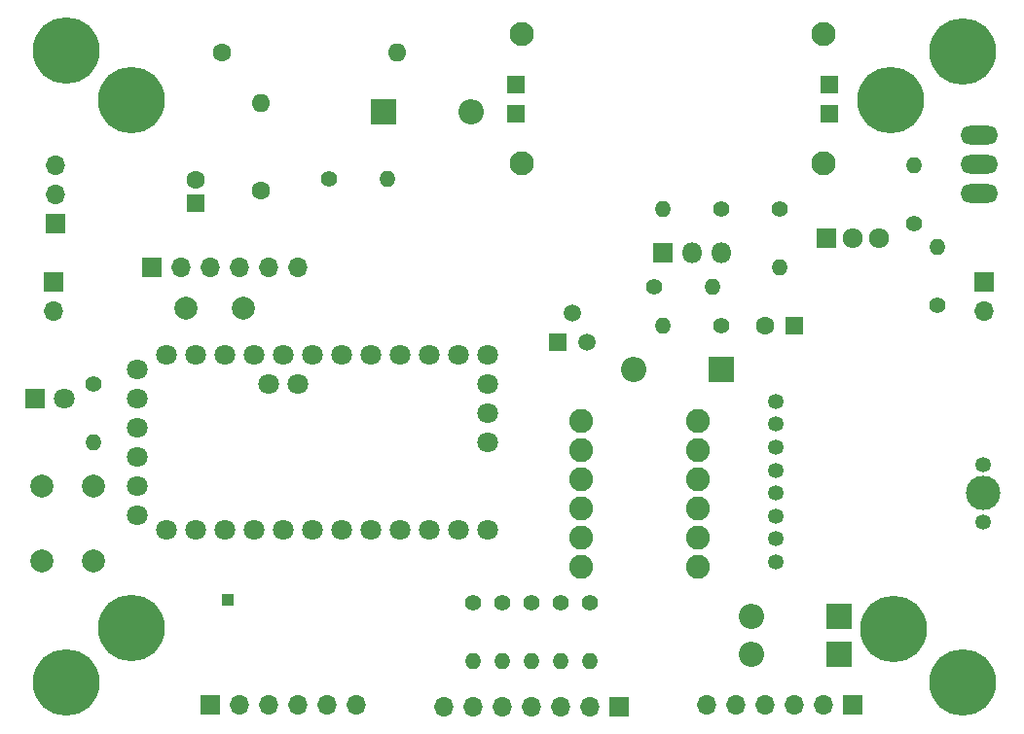
<source format=gbr>
G04 #@! TF.GenerationSoftware,KiCad,Pcbnew,5.1.12-84ad8e8a86~92~ubuntu18.04.1*
G04 #@! TF.CreationDate,2021-12-27T11:50:58+01:00*
G04 #@! TF.ProjectId,HB-UNI-SenAct-4-4-SC_DS_FUEL4EP_PCB,48422d55-4e49-42d5-9365-6e4163742d34,rev?*
G04 #@! TF.SameCoordinates,Original*
G04 #@! TF.FileFunction,Soldermask,Bot*
G04 #@! TF.FilePolarity,Negative*
%FSLAX46Y46*%
G04 Gerber Fmt 4.6, Leading zero omitted, Abs format (unit mm)*
G04 Created by KiCad (PCBNEW 5.1.12-84ad8e8a86~92~ubuntu18.04.1) date 2021-12-27 11:50:58*
%MOMM*%
%LPD*%
G01*
G04 APERTURE LIST*
%ADD10R,1.000000X1.000000*%
%ADD11O,1.600000X1.600000*%
%ADD12C,1.600000*%
%ADD13C,2.100000*%
%ADD14R,1.500000X1.524000*%
%ADD15C,5.800000*%
%ADD16O,3.251200X1.625600*%
%ADD17O,1.400000X1.400000*%
%ADD18C,1.400000*%
%ADD19O,1.700000X1.700000*%
%ADD20R,1.700000X1.700000*%
%ADD21C,2.000000*%
%ADD22C,1.498600*%
%ADD23R,1.498600X1.498600*%
%ADD24O,1.800000X1.800000*%
%ADD25R,1.800000X1.800000*%
%ADD26O,1.717500X1.800000*%
%ADD27R,1.717500X1.800000*%
%ADD28C,2.082800*%
%ADD29C,3.000000*%
%ADD30C,1.350000*%
%ADD31C,1.800000*%
%ADD32O,2.200000X2.200000*%
%ADD33R,2.200000X2.200000*%
%ADD34R,1.600000X1.600000*%
G04 APERTURE END LIST*
D10*
X18034000Y-51816000D03*
D11*
X20955000Y-8509000D03*
D12*
X20955000Y-16129000D03*
D11*
X32816800Y-4076700D03*
D12*
X17576800Y-4076700D03*
D13*
X43650000Y-13740000D03*
X69850000Y-13740000D03*
X69850000Y-2540000D03*
X43650000Y-2540000D03*
D14*
X43150000Y-9410000D03*
X43150000Y-6870000D03*
X70350000Y-9410000D03*
X70350000Y-6870000D03*
D15*
X82000000Y-4000000D03*
X82000000Y-59000000D03*
X4000000Y-59000000D03*
X4000000Y-3980000D03*
D16*
X83439000Y-11303000D03*
X83439000Y-13843000D03*
X83439000Y-16383000D03*
D17*
X39370000Y-57150000D03*
D18*
X39370000Y-52070000D03*
D17*
X77724000Y-13970000D03*
D18*
X77724000Y-19050000D03*
D17*
X79819500Y-21018500D03*
D18*
X79819500Y-26098500D03*
D17*
X49530000Y-57150000D03*
D18*
X49530000Y-52070000D03*
D17*
X46990000Y-57150000D03*
D18*
X46990000Y-52070000D03*
D17*
X44450000Y-57150000D03*
D18*
X44450000Y-52070000D03*
D17*
X41910000Y-57150000D03*
D18*
X41910000Y-52070000D03*
D19*
X36830000Y-61093000D03*
X39370000Y-61093000D03*
X41910000Y-61093000D03*
X44450000Y-61093000D03*
X46990000Y-61093000D03*
X49530000Y-61093000D03*
D20*
X52070000Y-61093000D03*
D21*
X1850000Y-41910000D03*
X6350000Y-41910000D03*
X1850000Y-48410000D03*
X6350000Y-48410000D03*
D17*
X55880000Y-27940000D03*
D18*
X60960000Y-27940000D03*
D17*
X60198000Y-24511000D03*
D18*
X55118000Y-24511000D03*
D17*
X55880000Y-17780000D03*
D18*
X60960000Y-17780000D03*
D17*
X31940500Y-15138400D03*
D18*
X26860500Y-15138400D03*
D17*
X66040000Y-22860000D03*
D18*
X66040000Y-17780000D03*
D17*
X6350000Y-38100000D03*
D18*
X6350000Y-33020000D03*
D22*
X49276000Y-29337000D03*
X48006000Y-26797000D03*
D23*
X46736000Y-29337000D03*
D24*
X60960000Y-21590000D03*
X58420000Y-21590000D03*
D25*
X55880000Y-21590000D03*
D26*
X74673000Y-20320000D03*
X72383000Y-20320000D03*
D27*
X70093000Y-20320000D03*
D28*
X58917000Y-36201000D03*
X58917000Y-38741000D03*
X58917000Y-46361000D03*
X58917000Y-48901000D03*
X58917000Y-43821000D03*
X48757000Y-36201000D03*
X48757000Y-38741000D03*
X48757000Y-46361000D03*
X48757000Y-48901000D03*
X48757000Y-43821000D03*
X48757000Y-41281000D03*
X58917000Y-41281000D03*
D29*
X83735000Y-42480000D03*
D30*
X83735000Y-44980000D03*
X83735000Y-39980000D03*
X65735000Y-46480000D03*
X65735000Y-44480000D03*
X65735000Y-42480000D03*
X65735000Y-40480000D03*
X65735000Y-38480000D03*
X65735000Y-36480000D03*
X65735000Y-34480000D03*
X65735000Y-48480000D03*
D31*
X40640000Y-35560000D03*
X40640000Y-33020000D03*
X40640000Y-30480000D03*
X38100000Y-30480000D03*
X35560000Y-30480000D03*
X33020000Y-30480000D03*
X30480000Y-30480000D03*
X27940000Y-30480000D03*
X25400000Y-30480000D03*
X22860000Y-30480000D03*
X20320000Y-30480000D03*
X17780000Y-30480000D03*
X15240000Y-30480000D03*
X12700000Y-30480000D03*
X12700000Y-45720000D03*
X15240000Y-45720000D03*
X17780000Y-45720000D03*
X20320000Y-45720000D03*
X22860000Y-45720000D03*
X25400000Y-45720000D03*
X27940000Y-45720000D03*
X30480000Y-45720000D03*
X33020000Y-45720000D03*
X35560000Y-45720000D03*
X38100000Y-45720000D03*
X40640000Y-45720000D03*
X24130000Y-33020000D03*
X21590000Y-33020000D03*
X40640000Y-38100000D03*
X10160000Y-44450000D03*
X10160000Y-41910000D03*
X10160000Y-39370000D03*
X10160000Y-36830000D03*
X10160000Y-34290000D03*
X10160000Y-31750000D03*
D19*
X3048000Y-13970000D03*
X3048000Y-16510000D03*
D20*
X3048000Y-19050000D03*
D19*
X2921000Y-26670000D03*
D20*
X2921000Y-24130000D03*
D19*
X24130000Y-22860000D03*
X21590000Y-22860000D03*
X19050000Y-22860000D03*
X16510000Y-22860000D03*
X13970000Y-22860000D03*
D20*
X11430000Y-22860000D03*
D19*
X59690000Y-60960000D03*
X62230000Y-60960000D03*
X64770000Y-60960000D03*
X67310000Y-60960000D03*
X69850000Y-60960000D03*
D20*
X72390000Y-60960000D03*
D19*
X29210000Y-60960000D03*
X26670000Y-60960000D03*
X24130000Y-60960000D03*
X21590000Y-60960000D03*
X19050000Y-60960000D03*
D20*
X16510000Y-60960000D03*
D19*
X83820000Y-26670000D03*
D20*
X83820000Y-24130000D03*
D15*
X75951000Y-54362000D03*
X9657000Y-54235000D03*
X9657000Y-8261000D03*
X75697000Y-8261000D03*
D32*
X39243000Y-9271000D03*
D33*
X31623000Y-9271000D03*
D32*
X63627000Y-56515000D03*
D33*
X71247000Y-56515000D03*
D32*
X63627000Y-53213000D03*
D33*
X71247000Y-53213000D03*
D32*
X53340000Y-31750000D03*
D33*
X60960000Y-31750000D03*
D31*
X3810000Y-34290000D03*
D25*
X1270000Y-34290000D03*
D12*
X15240000Y-15240000D03*
D34*
X15240000Y-17240000D03*
D21*
X14431000Y-26416000D03*
X19431000Y-26416000D03*
D12*
X64810000Y-27940000D03*
D34*
X67310000Y-27940000D03*
M02*

</source>
